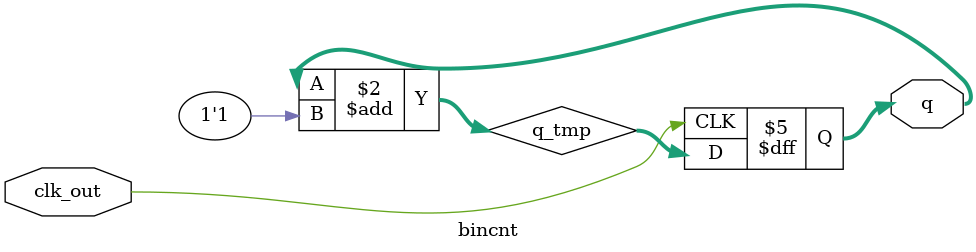
<source format=v>
`timescale 1ns / 1ps


module bincnt(q, clk_out);
output reg [3:0] q=4'd0;
input clk_out;
reg [3:0] q_tmp;

always @*
  q_tmp = q + 1'b1;
  
always @(posedge clk_out)
  q <= q_tmp;

endmodule

</source>
